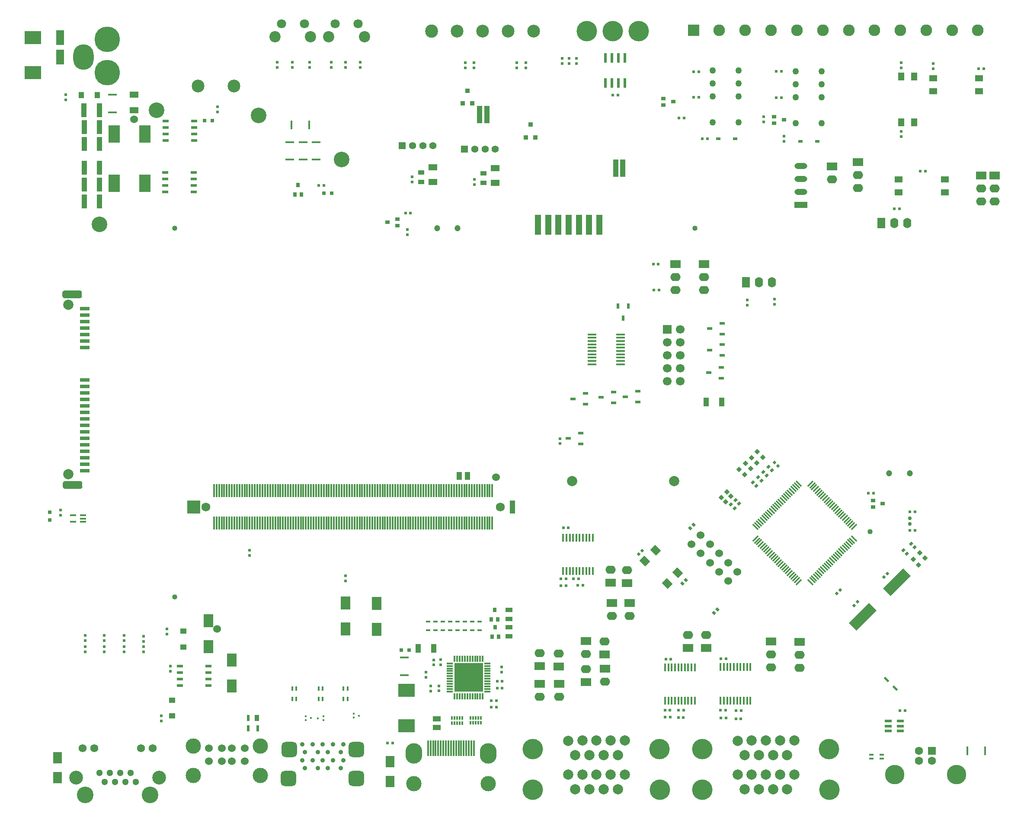
<source format=gbr>
%FSTAX23Y23*%
%MOIN*%
%SFA1B1*%

%IPPOS*%
%AMD16*
4,1,4,-0.022200,0.000000,0.000000,-0.022200,0.022200,0.000000,0.000000,0.022200,-0.022200,0.000000,0.0*
%
%AMD17*
4,1,4,0.000000,-0.022200,0.022200,0.000000,0.000000,0.022200,-0.022200,0.000000,0.000000,-0.022200,0.0*
%
%AMD18*
4,1,4,0.000000,0.022200,-0.022200,0.000000,0.000000,-0.022200,0.022200,0.000000,0.000000,0.022200,0.0*
%
%AMD19*
4,1,4,-0.022200,0.000000,0.000000,-0.022200,0.022200,0.000000,0.000000,0.022200,-0.022200,0.000000,0.0*
%
%AMD26*
4,1,4,-0.024400,-0.016600,-0.016600,-0.024400,0.024400,0.016600,0.016600,0.024400,-0.024400,-0.016600,0.0*
%
%AMD27*
4,1,4,0.016600,-0.024400,0.024400,-0.016600,-0.016600,0.024400,-0.024400,0.016600,0.016600,-0.024400,0.0*
%
%AMD32*
4,1,4,-0.041600,0.002800,0.002800,-0.041600,0.041600,-0.002800,-0.002800,0.041600,-0.041600,0.002800,0.0*
%
%AMD56*
4,1,4,0.048700,0.107100,-0.107100,-0.048700,-0.048700,-0.107100,0.107100,0.048700,0.048700,0.107100,0.0*
%
%AMD62*
4,1,4,0.020900,-0.009900,-0.009900,0.020900,-0.020900,0.009900,0.009900,-0.020900,0.020900,-0.009900,0.0*
%
%AMD66*
4,1,4,0.001400,-0.015300,0.015300,-0.001400,-0.001400,0.015300,-0.015300,0.001400,0.001400,-0.015300,0.0*
%
%AMD67*
4,1,4,0.015300,0.001400,0.001400,0.015300,-0.015300,-0.001400,-0.001400,-0.015300,0.015300,0.001400,0.0*
%
%AMD74*
4,1,4,-0.013900,0.000000,0.000000,-0.013900,0.013900,0.000000,0.000000,0.013900,-0.013900,0.000000,0.0*
%
%AMD75*
4,1,4,0.000000,0.013900,-0.013900,0.000000,0.000000,-0.013900,0.013900,0.000000,0.000000,0.013900,0.0*
%
%AMD123*
4,1,8,-0.075000,0.015000,-0.075000,-0.015000,-0.060000,-0.030000,0.060000,-0.030000,0.075000,-0.015000,0.075000,0.015000,0.060000,0.030000,-0.060000,0.030000,-0.075000,0.015000,0.0*
1,1,0.030000,-0.060000,0.015000*
1,1,0.030000,-0.060000,-0.015000*
1,1,0.030000,0.060000,-0.015000*
1,1,0.030000,0.060000,0.015000*
%
%AMD126*
4,1,8,-0.059100,0.029500,-0.059100,-0.029500,-0.029500,-0.059100,0.029500,-0.059100,0.059100,-0.029500,0.059100,0.029500,0.029500,0.059100,-0.029500,0.059100,-0.059100,0.029500,0.0*
1,1,0.059056,-0.029500,0.029500*
1,1,0.059056,-0.029500,-0.029500*
1,1,0.059056,0.029500,-0.029500*
1,1,0.059056,0.029500,0.029500*
%
%ADD10R,0.040000X0.100000*%
%ADD11R,0.100000X0.100000*%
%ADD12R,0.013000X0.100000*%
%ADD13R,0.090000X0.135000*%
%ADD14R,0.031496X0.031496*%
%ADD15R,0.031496X0.031496*%
G04~CAMADD=16~9~0.0~0.0~315.0~315.0~0.0~0.0~0~0.0~0.0~0.0~0.0~0~0.0~0.0~0.0~0.0~0~0.0~0.0~0.0~135.0~444.0~443.0*
%ADD16D16*%
G04~CAMADD=17~10~0.0~315.0~0.0~0.0~0.0~0.0~0~0.0~0.0~0.0~0.0~0~0.0~0.0~0.0~0.0~0~0.0~0.0~0.0~225.0~315.0~0.0*
%ADD17D17*%
G04~CAMADD=18~9~0.0~0.0~315.0~315.0~0.0~0.0~0~0.0~0.0~0.0~0.0~0~0.0~0.0~0.0~0.0~0~0.0~0.0~0.0~45.0~444.0~443.0*
%ADD18D18*%
G04~CAMADD=19~10~0.0~315.0~0.0~0.0~0.0~0.0~0~0.0~0.0~0.0~0.0~0~0.0~0.0~0.0~0.0~0~0.0~0.0~0.0~135.0~315.0~0.0*
%ADD19D19*%
%ADD20R,0.031496X0.031496*%
%ADD21R,0.031496X0.031496*%
%ADD22R,0.055000X0.032000*%
%ADD23R,0.050000X0.012000*%
%ADD24R,0.012000X0.050000*%
%ADD25R,0.220000X0.220000*%
G04~CAMADD=26~9~0.0~0.0~110.0~580.0~0.0~0.0~0~0.0~0.0~0.0~0.0~0~0.0~0.0~0.0~0.0~0~0.0~0.0~0.0~135.0~488.0~487.0*
%ADD26D26*%
G04~CAMADD=27~9~0.0~0.0~110.0~580.0~0.0~0.0~0~0.0~0.0~0.0~0.0~0~0.0~0.0~0.0~0.0~0~0.0~0.0~0.0~225.0~488.0~487.0*
%ADD27D27*%
%ADD28R,0.074803X0.025591*%
%ADD29R,0.059000X0.044000*%
%ADD30R,0.044000X0.059000*%
%ADD31R,0.061024X0.118110*%
G04~CAMADD=32~9~0.0~0.0~629.9~551.2~0.0~0.0~0~0.0~0.0~0.0~0.0~0~0.0~0.0~0.0~0.0~0~0.0~0.0~0.0~135.0~832.0~831.0*
%ADD32D32*%
%ADD33R,0.044000X0.071000*%
%ADD34R,0.043307X0.047244*%
%ADD35R,0.047244X0.043307*%
%ADD36R,0.047244X0.022835*%
%ADD37R,0.035433X0.027559*%
%ADD38R,0.027559X0.035433*%
%ADD39R,0.017716X0.015748*%
%ADD40C,0.040000*%
%ADD41R,0.051181X0.059055*%
%ADD42R,0.059055X0.051181*%
%ADD43R,0.065000X0.045000*%
%ADD44R,0.050000X0.157480*%
%ADD45R,0.041559X0.132000*%
%ADD46R,0.035433X0.037402*%
%ADD47R,0.035433X0.037402*%
%ADD48R,0.031748X0.021654*%
%ADD49R,0.016000X0.071000*%
%ADD50R,0.071000X0.016000*%
%ADD51R,0.035000X0.016000*%
%ADD52R,0.052000X0.022000*%
%ADD53R,0.015748X0.062992*%
%ADD54R,0.037000X0.046000*%
%ADD55R,0.021000X0.046000*%
G04~CAMADD=56~9~0.0~0.0~2204.7~826.8~0.0~0.0~0~0.0~0.0~0.0~0.0~0~0.0~0.0~0.0~0.0~0~0.0~0.0~0.0~45.0~2142.0~2141.0*
%ADD56D56*%
%ADD57R,0.072000X0.101000*%
%ADD58R,0.035528X0.015748*%
%ADD59R,0.015748X0.035528*%
%ADD60R,0.040000X0.022000*%
%ADD61R,0.022000X0.040000*%
G04~CAMADD=62~9~0.0~0.0~437.5~157.8~0.0~0.0~0~0.0~0.0~0.0~0.0~0~0.0~0.0~0.0~0.0~0~0.0~0.0~0.0~315.0~418.0~417.0*
%ADD62D62*%
%ADD63R,0.044000X0.107000*%
%ADD64R,0.023622X0.019685*%
%ADD65R,0.019685X0.023622*%
G04~CAMADD=66~9~0.0~0.0~196.8~236.2~0.0~0.0~0~0.0~0.0~0.0~0.0~0~0.0~0.0~0.0~0.0~0~0.0~0.0~0.0~225.0~306.0~305.0*
%ADD66D66*%
G04~CAMADD=67~9~0.0~0.0~196.8~236.2~0.0~0.0~0~0.0~0.0~0.0~0.0~0~0.0~0.0~0.0~0.0~0~0.0~0.0~0.0~315.0~306.0~305.0*
%ADD67D67*%
%ADD68R,0.011811X0.027654*%
%ADD69R,0.015748X0.027654*%
%ADD70R,0.070866X0.090551*%
%ADD71R,0.051181X0.035433*%
%ADD72R,0.019685X0.019685*%
%ADD73R,0.019685X0.019685*%
G04~CAMADD=74~10~0.0~196.9~0.0~0.0~0.0~0.0~0~0.0~0.0~0.0~0.0~0~0.0~0.0~0.0~0.0~0~0.0~0.0~0.0~135.0~196.9~0.0*
%ADD74D74*%
G04~CAMADD=75~10~0.0~196.9~0.0~0.0~0.0~0.0~0~0.0~0.0~0.0~0.0~0~0.0~0.0~0.0~0.0~0~0.0~0.0~0.0~405.0~196.9~0.0*
%ADD75D75*%
%ADD76R,0.066000X0.014000*%
%ADD77R,0.011811X0.120000*%
%ADD78R,0.046000X0.014000*%
%ADD79R,0.129921X0.098425*%
%ADD80R,0.022000X0.078000*%
%ADD81R,0.070000X0.050000*%
%ADD107C,0.196850*%
%ADD108O,0.157480X0.196850*%
%ADD109R,0.078740X0.062992*%
%ADD110O,0.078740X0.062992*%
%ADD111R,0.062992X0.078740*%
%ADD112O,0.062992X0.078740*%
%ADD113C,0.069000*%
%ADD114R,0.066929X0.066929*%
%ADD115C,0.066929*%
%ADD116C,0.157480*%
%ADD117C,0.149606*%
%ADD118C,0.062992*%
%ADD119R,0.062992X0.062992*%
%ADD120C,0.055118*%
%ADD121R,0.055118X0.055118*%
%ADD122C,0.078740*%
G04~CAMADD=123~8~0.0~0.0~600.0~1500.0~150.0~0.0~15~0.0~0.0~0.0~0.0~0~0.0~0.0~0.0~0.0~0~0.0~0.0~0.0~90.0~1500.0~600.0*
%ADD123D123*%
%ADD124C,0.098425*%
%ADD125O,0.098425X0.102362*%
G04~CAMADD=126~8~0.0~0.0~1181.1~1181.1~295.3~0.0~15~0.0~0.0~0.0~0.0~0~0.0~0.0~0.0~0.0~0~0.0~0.0~0.0~90.0~1182.0~1182.0*
%ADD126D126*%
%ADD127C,0.035433*%
%ADD128O,0.098425X0.047244*%
%ADD129R,0.098425X0.047244*%
%ADD130C,0.029528*%
%ADD131R,0.090000X0.090000*%
%ADD132C,0.090000*%
%ADD133C,0.047244*%
%ADD134C,0.086614*%
%ADD135C,0.070866*%
%ADD136C,0.106299*%
%ADD137C,0.051181*%
%ADD138C,0.127953*%
%ADD139C,0.062000*%
%ADD140C,0.060000*%
%ADD141C,0.118110*%
%ADD142C,0.120000*%
%ADD143C,0.050000*%
%ADD144C,0.118110*%
%ADD145O,0.129921X0.157480*%
%ADD146C,0.060000*%
%LNsyncbox_pads_top-1*%
%LPD*%
G54D10*
X04337Y0236D03*
G54D11*
X0188Y0236D03*
G54D12*
X04182Y02235D03*
X04162D03*
X04143D03*
X04123D03*
X04103D03*
X04084D03*
X04064D03*
X04044D03*
X04025D03*
X04005D03*
X03985D03*
X03966D03*
X03946D03*
X03926D03*
X03907D03*
X03887D03*
X03867D03*
X03848D03*
X03828D03*
X03808D03*
X03788D03*
X03769D03*
X03749D03*
X03729D03*
X0371D03*
X0369D03*
X0367D03*
X03651D03*
X03631D03*
X03611D03*
X03592D03*
X03572D03*
X03552D03*
X03533D03*
X03513D03*
X03493D03*
X03474D03*
X03454D03*
X03434D03*
X03414D03*
X03395D03*
X03375D03*
X03355D03*
X03336D03*
X03316D03*
X03296D03*
X03277D03*
X03257D03*
X03237D03*
X03218D03*
X03198D03*
X03178D03*
X03159D03*
X03139D03*
X03119D03*
X03099D03*
X0308D03*
X0306D03*
X0304D03*
X03021D03*
X03001D03*
X02981D03*
X02962D03*
X02942D03*
X02922D03*
X02903D03*
X02883D03*
X02863D03*
X02844D03*
X02824D03*
X02804D03*
X02785D03*
X02765D03*
X02745D03*
X02725D03*
X02706D03*
X02686D03*
X02666D03*
X02647D03*
X02627D03*
X02607D03*
X02588D03*
X02568D03*
X02548D03*
X02529D03*
X02509D03*
X02489D03*
X0247D03*
X0245D03*
X0243D03*
X02411D03*
X02391D03*
X02371D03*
X02351D03*
X02332D03*
X02312D03*
X02292D03*
X02273D03*
X02253D03*
X02233D03*
X02214D03*
X02194D03*
X02174D03*
X02155D03*
X02135D03*
X02115D03*
X02096D03*
X02076D03*
X02056D03*
X02037D03*
X04182Y02484D03*
X04162D03*
X04143D03*
X04123D03*
X04103D03*
X04084D03*
X04064D03*
X04044D03*
X04025D03*
X04005D03*
X03985D03*
X03966D03*
X03946D03*
X03926D03*
X03907D03*
X03887D03*
X03867D03*
X03848D03*
X03828D03*
X03808D03*
X03788D03*
X03769D03*
X03749D03*
X03729D03*
X0371D03*
X0369D03*
X0367D03*
X03651D03*
X03631D03*
X03611D03*
X03592D03*
X03572D03*
X03552D03*
X03533D03*
X03513D03*
X03493D03*
X03474D03*
X03454D03*
X03434D03*
X03414D03*
X03395D03*
X03375D03*
X03355D03*
X03336D03*
X03316D03*
X03296D03*
X03277D03*
X03257D03*
X03237D03*
X03218D03*
X03198D03*
X03178D03*
X03159D03*
X03139D03*
X03119D03*
X03099D03*
X0308D03*
X0306D03*
X0304D03*
X03021D03*
X03001D03*
X02981D03*
X02962D03*
X02942D03*
X02922D03*
X02903D03*
X02883D03*
X02863D03*
X02844D03*
X02824D03*
X02804D03*
X02785D03*
X02765D03*
X02745D03*
X02725D03*
X02706D03*
X02686D03*
X02666D03*
X02647D03*
X02627D03*
X02607D03*
X02588D03*
X02568D03*
X02548D03*
X02529D03*
X02509D03*
X02489D03*
X0247D03*
X0245D03*
X0243D03*
X02411D03*
X02391D03*
X02371D03*
X02351D03*
X02332D03*
X02312D03*
X02292D03*
X02273D03*
X02253D03*
X02233D03*
X02214D03*
X02194D03*
X02174D03*
X02155D03*
X02135D03*
X02115D03*
X02096D03*
X02076D03*
X02056D03*
X02037D03*
G54D13*
X01267Y05235D03*
X01503D03*
Y04855D03*
X01267D03*
G54D14*
X00772Y02319D03*
G54D15*
X00772Y0226D03*
G54D16*
X06085Y0265D03*
X06133Y02696D03*
X06225Y02785D03*
X0618Y0274D03*
X07468Y01913D03*
X07518Y01964D03*
G54D17*
X06126Y02608D03*
X06175Y02655D03*
X06266Y02743D03*
X06221Y02698D03*
X07426Y01954D03*
X07477Y02006D03*
G54D18*
X0599Y02475D03*
X06021Y02441D03*
G54D19*
X05948Y02433D03*
X0598Y024D03*
G54D20*
X02885Y0478D03*
X01965Y0534D03*
G54D21*
X02944Y0478D03*
X02025Y0534D03*
X0348Y01255D03*
X0354D03*
G54D22*
X0431Y01362D03*
Y01431D03*
X04311Y01496D03*
Y01565D03*
G54D23*
X03855Y01153D03*
Y01133D03*
Y01113D03*
Y01094D03*
Y01074D03*
Y01054D03*
Y01035D03*
Y01015D03*
Y00995D03*
Y00976D03*
Y00956D03*
Y00936D03*
X04145D03*
Y00956D03*
Y00976D03*
Y00995D03*
Y01015D03*
Y01035D03*
Y01054D03*
Y01074D03*
Y01094D03*
Y01113D03*
Y01133D03*
Y01153D03*
G54D24*
X03891Y009D03*
X03911D03*
X03931D03*
X0395D03*
X0397D03*
X0399D03*
X04009D03*
X04029D03*
X04049D03*
X04068D03*
X04088D03*
X04108D03*
Y0119D03*
X04088D03*
X04068D03*
X04049D03*
X04029D03*
X04009D03*
X0399D03*
X0397D03*
X0395D03*
X03931D03*
X03911D03*
X03891D03*
G54D25*
X04Y01045D03*
G54D26*
X06635Y02539D03*
X06649Y02525D03*
X06662Y02511D03*
X06676Y02497D03*
X0669Y02483D03*
X06704Y02469D03*
X06718Y02455D03*
X06732Y02441D03*
X06746Y02427D03*
X0676Y02413D03*
X06774Y02399D03*
X06788Y02386D03*
X06802Y02372D03*
X06816Y02358D03*
X06829Y02344D03*
X06843Y0233D03*
X06857Y02316D03*
X06871Y02302D03*
X06885Y02288D03*
X06899Y02274D03*
X06913Y0226D03*
X06927Y02246D03*
X06941Y02232D03*
X06955Y02219D03*
X06969Y02205D03*
X06544Y0178D03*
X0653Y01794D03*
X06517Y01808D03*
X06503Y01822D03*
X06489Y01836D03*
X06475Y0185D03*
X06461Y01864D03*
X06447Y01878D03*
X06433Y01892D03*
X06419Y01906D03*
X06405Y0192D03*
X06391Y01933D03*
X06377Y01947D03*
X06363Y01961D03*
X0635Y01975D03*
X06336Y01989D03*
X06322Y02003D03*
X06308Y02017D03*
X06294Y02031D03*
X0628Y02045D03*
X06266Y02059D03*
X06252Y02073D03*
X06238Y02087D03*
X06224Y021D03*
X0621Y02114D03*
G54D27*
X06969Y02114D03*
X06955Y021D03*
X06941Y02087D03*
X06927Y02073D03*
X06913Y02059D03*
X06899Y02045D03*
X06885Y02031D03*
X06871Y02017D03*
X06857Y02003D03*
X06843Y01989D03*
X06829Y01975D03*
X06816Y01961D03*
X06802Y01947D03*
X06788Y01933D03*
X06774Y0192D03*
X0676Y01906D03*
X06746Y01892D03*
X06732Y01878D03*
X06718Y01864D03*
X06704Y0185D03*
X0669Y01836D03*
X06676Y01822D03*
X06662Y01808D03*
X06649Y01794D03*
X06635Y0178D03*
X0621Y02205D03*
X06224Y02219D03*
X06238Y02232D03*
X06252Y02246D03*
X06266Y0226D03*
X0628Y02274D03*
X06294Y02288D03*
X06308Y02302D03*
X06322Y02316D03*
X06336Y0233D03*
X0635Y02344D03*
X06363Y02358D03*
X06377Y02372D03*
X06391Y02386D03*
X06405Y02399D03*
X06419Y02413D03*
X06433Y02427D03*
X06447Y02441D03*
X06461Y02455D03*
X06475Y02469D03*
X06489Y02483D03*
X06503Y02497D03*
X06517Y02511D03*
X0653Y02525D03*
X06544Y02539D03*
G54D28*
X0104Y0264D03*
Y0269D03*
Y0274D03*
Y0279D03*
Y0284D03*
Y0289D03*
Y0294D03*
Y0299D03*
Y0304D03*
Y0309D03*
Y0314D03*
Y0319D03*
Y0324D03*
Y0329D03*
Y0334D03*
Y03589D03*
Y03639D03*
Y03689D03*
Y03739D03*
Y03789D03*
Y03839D03*
Y03889D03*
G54D29*
X03754Y00725D03*
Y0066D03*
G54D30*
X03927Y026D03*
X03992D03*
G54D31*
X0085Y0583D03*
Y05979D03*
G54D32*
X0544Y02025D03*
X05612Y01852D03*
X05356Y01941D03*
X05529Y01768D03*
G54D33*
X03729Y0127D03*
X03611D03*
X05949Y0317D03*
X05831D03*
G54D34*
X01136Y05535D03*
X01013D03*
G54D35*
X01715Y00747D03*
Y00869D03*
X018Y01401D03*
Y01278D03*
G54D36*
X01995Y00982D03*
Y01032D03*
Y01082D03*
Y01132D03*
X01774Y00982D03*
Y01032D03*
Y01082D03*
Y01132D03*
X01665Y05335D03*
Y05285D03*
Y05235D03*
Y05185D03*
X01885Y05335D03*
Y05285D03*
Y05235D03*
Y05185D03*
X01659Y0494D03*
Y0489D03*
Y0484D03*
Y0479D03*
X0188Y0494D03*
Y0489D03*
Y0484D03*
Y0479D03*
G54D37*
X05577Y05484D03*
X05502Y05458D03*
Y05509D03*
X03375Y04555D03*
X0345Y0458D03*
Y04529D03*
X06429Y05344D03*
X06355Y05318D03*
Y0537D03*
X07192Y02385D03*
X07117Y02359D03*
Y0241D03*
G54D38*
X02685Y04842D03*
X0271Y04767D03*
X02659D03*
X04205Y01433D03*
X0423Y01359D03*
X04179D03*
X04199Y01566D03*
X04225Y01491D03*
X04173D03*
G54D39*
X0288Y00746D03*
Y00715D03*
X02838Y0073D03*
X02744Y00715D03*
Y00746D03*
X02785Y00731D03*
X03113Y00734D03*
Y00765D03*
X03155Y0075D03*
G54D40*
X07095Y0217D03*
X01735Y01665D03*
X05745Y0451D03*
X01735D03*
G54D41*
X07335Y05325D03*
X07435D03*
X07335Y05679D03*
X07435D03*
G54D42*
X0758Y05665D03*
Y05565D03*
X07935Y05665D03*
Y05565D03*
X07315Y04885D03*
Y04785D03*
X0767Y04885D03*
Y04785D03*
G54D43*
X0142Y0554D03*
Y05419D03*
G54D44*
X05007Y04535D03*
X04928D03*
X0485D03*
X04771D03*
X04692D03*
X04613D03*
X04535D03*
G54D45*
X04084Y05384D03*
X04139D03*
X05188Y04972D03*
X05133D03*
G54D46*
X0399Y05569D03*
X03953Y05471D03*
X04478Y05309D03*
X0444Y0521D03*
G54D47*
X04028Y05471D03*
X04515Y0521D03*
G54D48*
X06055Y052D03*
X05924D03*
X06688Y0518D03*
X06557D03*
G54D49*
X07845Y0048D03*
X07979D03*
X02635Y05305D03*
X02769D03*
G54D50*
X01255Y05403D03*
Y05537D03*
X0262Y05038D03*
Y05172D03*
X02725Y05038D03*
Y05172D03*
X02825Y05038D03*
Y05172D03*
X03505Y01063D03*
Y01197D03*
G54D51*
X04084Y01409D03*
Y01476D03*
X04028Y01409D03*
Y01476D03*
X03971Y01409D03*
Y01476D03*
X03914Y01409D03*
Y01476D03*
X03858Y01409D03*
Y01476D03*
X03801Y01409D03*
Y01476D03*
X03744Y01409D03*
Y01476D03*
X03688Y01409D03*
Y01476D03*
G54D52*
X07327Y00707D03*
Y0067D03*
Y00632D03*
X07233D03*
Y0067D03*
Y00707D03*
G54D53*
X04727Y01866D03*
X04753D03*
X04779D03*
X04804D03*
X0483D03*
X04855D03*
X04881D03*
X04906D03*
X04932D03*
X04958D03*
X04727Y02123D03*
X04753D03*
X04779D03*
X04804D03*
X0483D03*
X04855D03*
X04881D03*
X04906D03*
X04932D03*
X04958D03*
X05513Y00865D03*
X05539D03*
X05564D03*
X0559D03*
X05616D03*
X05641D03*
X05667D03*
X05692D03*
X05718D03*
X05743D03*
X05513Y01122D03*
X05539D03*
X05564D03*
X0559D03*
X05616D03*
X05641D03*
X05667D03*
X05692D03*
X05718D03*
X05743D03*
X05942Y00866D03*
X05967D03*
X05993D03*
X06018D03*
X06044D03*
X0607D03*
X06095D03*
X06121D03*
X06146D03*
X06172D03*
X05942Y01124D03*
X05967D03*
X05993D03*
X06018D03*
X06044D03*
X0607D03*
X06095D03*
X06121D03*
X06146D03*
X06172D03*
G54D54*
X02366Y00732D03*
G54D55*
X023Y00732D03*
Y00652D03*
X02374D03*
G54D56*
X07302Y01778D03*
X07037Y01513D03*
G54D57*
X0329Y01614D03*
Y01415D03*
X0305Y01619D03*
Y0142D03*
X01995Y01482D03*
Y01283D03*
X02175Y01177D03*
Y00978D03*
G54D58*
X07105Y0045D03*
Y00419D03*
X07184Y0045D03*
Y00419D03*
G54D59*
X03066Y00959D03*
X03035D03*
X03066Y0088D03*
X03035D03*
X0267Y00959D03*
X02639D03*
X0267Y0088D03*
X02639D03*
X02875Y00959D03*
X02843D03*
X02875Y0088D03*
X02843D03*
G54D60*
X04863Y02845D03*
Y02928D03*
X04767Y02887D03*
X05118Y03163D03*
Y03246D03*
X05022Y03205D03*
X049Y03152D03*
Y03235D03*
X04804Y03193D03*
X05946Y03353D03*
Y03436D03*
X0585Y03395D03*
X05953Y03528D03*
Y03611D03*
X05857Y0357D03*
X05953Y03693D03*
Y03776D03*
X05857Y03735D03*
X05303Y03168D03*
Y03251D03*
X05207Y0321D03*
G54D61*
X05232Y0391D03*
X0515D03*
X05191Y03814D03*
G54D62*
X07287Y00962D03*
X07222Y01027D03*
G54D63*
X01153Y0542D03*
X01035D03*
X01154Y0529D03*
X01036D03*
X01155Y0516D03*
X01037D03*
X01154Y04715D03*
X01036D03*
X01154Y04845D03*
X01036D03*
X01154Y04975D03*
X01036D03*
G54D64*
X04253Y01125D03*
Y01086D03*
X03706Y0094D03*
Y00979D03*
X0377Y00941D03*
Y0098D03*
X04704Y02886D03*
Y02847D03*
X03526Y04498D03*
Y04459D03*
X03975Y05784D03*
Y05745D03*
X0404Y05784D03*
Y05745D03*
X07335Y05254D03*
Y05215D03*
Y05784D03*
Y05745D03*
X0437Y05784D03*
Y05745D03*
X0758Y0574D03*
Y05779D03*
X0444Y05784D03*
Y05745D03*
X06275Y05369D03*
Y0533D03*
X0643Y0518D03*
Y05219D03*
X0472Y0578D03*
Y05819D03*
X06358Y03922D03*
Y03961D03*
X06146Y03916D03*
Y03955D03*
X0483Y0578D03*
Y05819D03*
X0305Y0575D03*
Y05789D03*
X03165D03*
Y0575D03*
X0264D03*
Y05789D03*
X02775D03*
Y0575D03*
X00855Y02295D03*
Y02334D03*
X01495Y01282D03*
Y01242D03*
X01345Y01282D03*
Y01242D03*
X0119Y01282D03*
Y01242D03*
X01045Y01282D03*
Y01243D03*
X02065Y05444D03*
Y05405D03*
G54D65*
X05427Y04031D03*
X05466D03*
X05423Y04231D03*
X05462D03*
X03552Y04626D03*
X03513D03*
X0797Y0574D03*
X0793D03*
X05621Y05357D03*
X0566D03*
X07319Y0466D03*
X0728D03*
X05839Y052D03*
X058D03*
X05735Y0552D03*
X05774D03*
X0637Y05515D03*
X06409D03*
X05735Y05715D03*
X05775D03*
X0637Y0572D03*
X06409D03*
X0748Y0495D03*
X0752D03*
X07119Y02465D03*
X0708D03*
X02845Y0484D03*
X02885D03*
X04258Y00961D03*
X04219D03*
X04258Y01016D03*
X04219D03*
G54D66*
X05648Y01767D03*
X05675Y01794D03*
X05735Y02221D03*
X05708Y02194D03*
X05918Y01568D03*
X05891Y01541D03*
G54D67*
X06218Y02521D03*
X06191Y02548D03*
X06258Y02561D03*
X06231Y02588D03*
X0605Y0235D03*
X06022Y02377D03*
X06085Y02385D03*
X06057Y02412D03*
X06338Y02641D03*
X06311Y02668D03*
X06298Y02601D03*
X06271Y02628D03*
X07351Y02024D03*
X07378Y01997D03*
X07409Y02076D03*
X07436Y02049D03*
G54D68*
X04094Y00694D03*
X04074D03*
X04035D03*
X04015D03*
Y00733D03*
X04035D03*
X04074D03*
X04094D03*
X0387Y00732D03*
X0389D03*
X03929D03*
X03949D03*
Y00693D03*
X03929D03*
X0389D03*
X0387D03*
G54D69*
X04054Y00694D03*
Y00733D03*
X0391Y00732D03*
Y00693D03*
G54D70*
X03395Y00396D03*
Y00242D03*
X0083Y00426D03*
Y00273D03*
G54D71*
X03635Y0494D03*
Y04865D03*
X04115Y04932D03*
Y04857D03*
G54D72*
X0484Y01754D03*
X04879D03*
X04807Y01804D03*
X04846D03*
X0471D03*
X04749D03*
X04768Y022D03*
X04729D03*
X0471Y01753D03*
X04749D03*
X05655Y00736D03*
X05616D03*
X05617Y00793D03*
X05656D03*
X05552D03*
X05513D03*
X05558Y01186D03*
X05519D03*
X05515Y0074D03*
X05554D03*
X06059Y00726D03*
X06098D03*
X06099Y00789D03*
X0606D03*
X05942Y00791D03*
X05981D03*
X05944Y01188D03*
X05983D03*
Y00731D03*
X05944D03*
X07401Y0218D03*
X0744D03*
X07441Y02322D03*
X07402D03*
X0511Y05535D03*
X05149D03*
X07365Y0079D03*
X07325D03*
X04175Y00814D03*
X04214D03*
X04174Y00865D03*
X04213D03*
X03375Y00537D03*
X03415D03*
G54D73*
X04775Y05819D03*
Y0578D03*
X00895Y055D03*
Y05539D03*
X03565Y04905D03*
Y04865D03*
X0294Y0575D03*
Y05789D03*
X02525Y0575D03*
Y05789D03*
X04045Y04885D03*
Y04845D03*
X01675Y01417D03*
Y01377D03*
X0163Y00707D03*
Y00747D03*
X0305Y0179D03*
Y01829D03*
X017Y01093D03*
Y01132D03*
X0367Y01084D03*
Y01045D03*
X03783Y01182D03*
Y01143D03*
X03731Y0118D03*
Y01141D03*
X0231Y01985D03*
Y02024D03*
X01495Y01322D03*
Y01362D03*
X01345Y01327D03*
Y01367D03*
X0119Y01328D03*
Y01367D03*
X01045Y01327D03*
Y01367D03*
G54D74*
X05311Y01996D03*
X05338Y02023D03*
X06865Y0172D03*
X06837Y01692D03*
X06969Y016D03*
X06996Y01627D03*
X07228Y01845D03*
X07201Y01818D03*
G54D75*
X06357Y02702D03*
X06385Y02675D03*
G54D76*
X04949Y0369D03*
Y03664D03*
Y03638D03*
Y03613D03*
Y03587D03*
Y03562D03*
Y03536D03*
Y03511D03*
Y03485D03*
Y03459D03*
X05171D03*
Y03485D03*
Y03511D03*
Y03536D03*
Y03562D03*
Y03587D03*
Y03613D03*
Y03638D03*
Y03664D03*
Y0369D03*
G54D77*
X03686Y00497D03*
X03706D03*
X03726D03*
X03745D03*
X03765D03*
X03785D03*
X03804D03*
X03824D03*
X03844D03*
X03864D03*
X03883D03*
X03903D03*
X03923D03*
X03942D03*
X03962D03*
X03982D03*
X04001D03*
X04021D03*
X04041D03*
G54D78*
X01028Y02244D03*
Y0227D03*
Y02295D03*
X00952D03*
Y02244D03*
G54D79*
X0064Y05708D03*
Y0598D03*
X03519Y00673D03*
Y00944D03*
G54D80*
X05055Y05628D03*
X05105D03*
X05155D03*
X05205D03*
Y05822D03*
X05155D03*
X05105D03*
X05055D03*
G54D81*
X03725Y04977D03*
Y04865D03*
X04205Y04971D03*
Y04859D03*
G54D107*
X01215Y05709D03*
Y05965D03*
G54D108*
X01029Y05827D03*
G54D109*
X0633Y01321D03*
X06549Y01319D03*
X05814Y04231D03*
X05593D03*
X0795Y04915D03*
X08055D03*
X07Y0502D03*
X04697Y00996D03*
X05222Y01771D03*
X05093Y01774D03*
X04548Y00994D03*
X0505Y01111D03*
X04694Y01129D03*
X04547Y01132D03*
X04903Y01008D03*
X05242Y01618D03*
X05104Y01617D03*
X0583Y01272D03*
X0569Y01273D03*
X05048Y01223D03*
X04903Y01325D03*
X068Y04985D03*
G54D110*
X0633Y01221D03*
Y01121D03*
X06549Y01219D03*
Y01119D03*
X05814Y04131D03*
Y04031D03*
X05593Y04131D03*
Y04031D03*
X0795Y04815D03*
Y04715D03*
X08055Y04815D03*
Y04715D03*
X07Y0492D03*
Y0482D03*
X04697Y00896D03*
X05222Y01871D03*
X05093Y01874D03*
X04548Y00894D03*
X0505Y01011D03*
X04694Y01229D03*
X04547Y01232D03*
X04903Y01108D03*
X05242Y01518D03*
X05104Y01517D03*
X0583Y01372D03*
X0569Y01373D03*
X05048Y01323D03*
X04903Y01225D03*
X068Y04885D03*
G54D111*
X06136Y04092D03*
X0718Y0455D03*
G54D112*
X06236Y04092D03*
X06336D03*
X0728Y0455D03*
X0738D03*
G54D113*
X01973Y02359D03*
X04245D03*
G54D114*
X0553Y0373D03*
G54D115*
X0553Y0363D03*
Y0353D03*
Y0343D03*
Y0333D03*
X0563Y0373D03*
Y0363D03*
Y0353D03*
Y0343D03*
Y0333D03*
G54D116*
X0531Y0603D03*
X0511D03*
X0491D03*
X04494Y00178D03*
X05473Y0018D03*
X04493Y00493D03*
X05472Y00491D03*
X058Y00178D03*
X06779Y0018D03*
X05799Y00493D03*
X06778Y00491D03*
G54D117*
X07285Y00295D03*
X07759D03*
G54D118*
X07472Y00401D03*
X07571D03*
X07472Y0048D03*
G54D119*
X07571Y0048D03*
G54D120*
X03725Y05145D03*
X03646D03*
X03567D03*
X04205Y0512D03*
X04126D03*
X04047D03*
G54D121*
X03488Y05145D03*
X03968Y0512D03*
G54D122*
X00915Y02611D03*
Y03917D03*
X0504Y00445D03*
X04931D03*
X04822D03*
X05204Y00295D03*
X05094D03*
X04985D03*
X04876D03*
X04767D03*
X05149Y00183D03*
X0504D03*
X04931D03*
X04822D03*
X05204Y00557D03*
X05095D03*
X04985D03*
X04876D03*
X04767Y00556D03*
X05149Y00445D03*
X06346D03*
X06237D03*
X06128D03*
X0651Y00295D03*
X064D03*
X06291D03*
X06182D03*
X06073D03*
X06455Y00183D03*
X06346D03*
X06237D03*
X06128D03*
X0651Y00557D03*
X06401D03*
X06291D03*
X06182D03*
X06073Y00556D03*
X06455Y00445D03*
X04796Y0256D03*
X05584D03*
G54D123*
X00946Y02527D03*
X00944Y04D03*
G54D124*
X0219Y05605D03*
X01915D03*
X03911Y0603D03*
X04108D03*
X04305D03*
X04501D03*
G54D125*
X03714Y0603D03*
G54D126*
X02616Y00489D03*
X02611Y00266D03*
X03134Y00489D03*
Y00266D03*
G54D127*
X03013Y00345D03*
X02915D03*
X02836D03*
X02737D03*
X02718Y00404D03*
X02796D03*
X02875D03*
X02954D03*
X03033D03*
Y0053D03*
X02954D03*
X02875D03*
X02796D03*
X02718D03*
X02737Y0047D03*
X02836D03*
X02915D03*
X03013D03*
G54D128*
X0656Y0499D03*
Y0489D03*
Y0479D03*
G54D129*
X0656Y0469D03*
G54D130*
X074Y02273D03*
Y0223D03*
G54D131*
X05733Y06035D03*
G54D132*
X05932Y06035D03*
X06132D03*
X06331D03*
X0653D03*
X0673D03*
X06929D03*
X07128D03*
X07327D03*
X07527D03*
X07726D03*
X07925D03*
G54D133*
X07241Y0262D03*
X07399D03*
X03758Y04507D03*
X03915D03*
G54D134*
X02782Y05985D03*
X02507D03*
X02922D03*
X03197D03*
G54D135*
X02733Y06084D03*
X02556D03*
X02971D03*
X03148D03*
G54D136*
X00975Y00272D03*
X01615D03*
G54D137*
X01435Y00237D03*
X01395Y00307D03*
X01355Y00237D03*
X01315Y00307D03*
X01275Y00237D03*
X01235Y00307D03*
X01195Y00237D03*
X01155Y00307D03*
G54D138*
X01045Y00137D03*
X01545D03*
G54D139*
X01475Y00497D03*
X01565D03*
X01115D03*
X01025D03*
G54D140*
X06071Y0186D03*
X06Y0193D03*
X0593Y02001D03*
X05859Y02072D03*
X05788Y02142D03*
X06Y01789D03*
X0593Y0186D03*
X05859Y0193D03*
X05788Y02001D03*
X05717Y02072D03*
X02273Y00397D03*
X01997Y005D03*
X02096D03*
X02175D03*
X02273D03*
X02175Y00397D03*
X02096D03*
X01997D03*
G54D141*
X02394Y0029D03*
X01876D03*
X02394Y00514D03*
X01876D03*
G54D142*
X02381Y0538D03*
X01155Y0454D03*
X0302Y0504D03*
X01595Y0542D03*
G54D143*
X0588Y05325D03*
Y05525D03*
Y05625D03*
Y05725D03*
X0608D03*
Y05625D03*
Y05525D03*
Y05325D03*
X0652Y0532D03*
Y0552D03*
Y0562D03*
Y0572D03*
X0672D03*
Y0562D03*
Y0552D03*
Y0532D03*
G54D144*
X04149Y00224D03*
X03578D03*
G54D145*
X03578Y00459D03*
X04149D03*
G54D146*
X0206Y01417D03*
X0421Y0259D03*
X0142Y0535D03*
M02*
</source>
